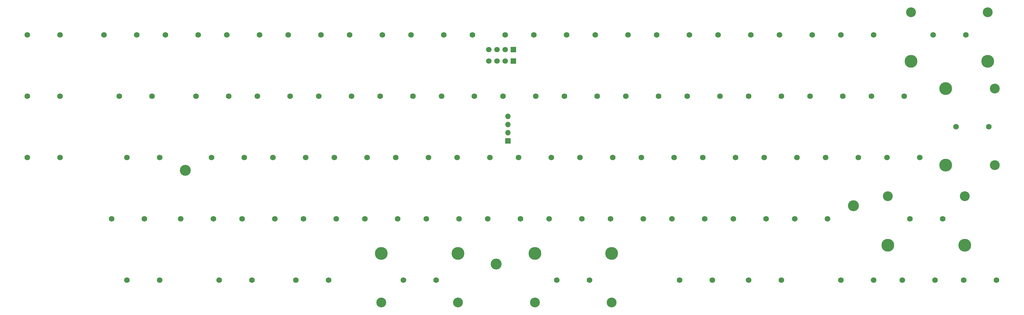
<source format=gbr>
%TF.GenerationSoftware,KiCad,Pcbnew,9.0.3*%
%TF.CreationDate,2025-10-13T22:17:33+02:00*%
%TF.ProjectId,macrolev,6d616372-6f6c-4657-962e-6b696361645f,1.0*%
%TF.SameCoordinates,Original*%
%TF.FileFunction,Soldermask,Top*%
%TF.FilePolarity,Negative*%
%FSLAX46Y46*%
G04 Gerber Fmt 4.6, Leading zero omitted, Abs format (unit mm)*
G04 Created by KiCad (PCBNEW 9.0.3) date 2025-10-13 22:17:33*
%MOMM*%
%LPD*%
G01*
G04 APERTURE LIST*
%ADD10C,1.750000*%
%ADD11C,3.048000*%
%ADD12C,3.987800*%
%ADD13R,1.700000X1.700000*%
%ADD14C,1.700000*%
%ADD15C,3.400000*%
%ADD16O,1.700000X1.700000*%
G04 APERTURE END LIST*
D10*
%TO.C,t*%
X173667500Y-59050000D03*
X163507500Y-59050000D03*
%TD*%
%TO.C,( 5*%
X153982500Y-40000000D03*
X164142500Y-40000000D03*
%TD*%
%TO.C,enter*%
X323051250Y-68575000D03*
X333211250Y-68575000D03*
%TD*%
%TO.C,a*%
X87307500Y-59050000D03*
X97467500Y-59050000D03*
%TD*%
%TO.C,e*%
X125407500Y-59050000D03*
X135567500Y-59050000D03*
%TD*%
%TO.C,q*%
X92070000Y-78100000D03*
X102230000Y-78100000D03*
%TD*%
%TO.C,m*%
X263520000Y-78100000D03*
X273680000Y-78100000D03*
%TD*%
%TO.C,; .*%
X234945000Y-97150000D03*
X245105000Y-97150000D03*
%TD*%
%TO.C,j*%
X206370000Y-78100000D03*
X216530000Y-78100000D03*
%TD*%
%TO.C,$ \u002A \u20AC*%
X296857500Y-59050000D03*
X307017500Y-59050000D03*
%TD*%
%TO.C,backspace*%
X315920000Y-40000000D03*
X326080000Y-40000000D03*
%TD*%
%TO.C,y*%
X182557500Y-59050000D03*
X192717500Y-59050000D03*
%TD*%
%TO.C,= +*%
X273045000Y-97150000D03*
X283205000Y-97150000D03*
%TD*%
%TO.C,: /*%
X253995000Y-97150000D03*
X264155000Y-97150000D03*
%TD*%
%TO.C,rshift*%
X308763750Y-97150000D03*
X318923750Y-97150000D03*
%TD*%
D11*
%TO.C,REF\u002A\u002A*%
X216212500Y-123185000D03*
D12*
X216212500Y-107945000D03*
D11*
X192400000Y-123185000D03*
D12*
X192400000Y-107945000D03*
%TD*%
D10*
%TO.C,\u00F9 \u0025*%
X282570000Y-78100000D03*
X292730000Y-78100000D03*
%TD*%
%TO.C,left*%
X287332500Y-116200000D03*
X297492500Y-116200000D03*
%TD*%
%TO.C,f*%
X149220000Y-78100000D03*
X159380000Y-78100000D03*
%TD*%
%TO.C,caps lock*%
X65876250Y-78100000D03*
X76036250Y-78100000D03*
%TD*%
%TO.C,n*%
X196845000Y-97150000D03*
X207005000Y-97150000D03*
%TD*%
%TO.C,` \u00A3*%
X301620000Y-78100000D03*
X311780000Y-78100000D03*
%TD*%
%TO.C,r*%
X144457500Y-59050000D03*
X154617500Y-59050000D03*
%TD*%
%TO.C,p*%
X258757500Y-59050000D03*
X268917500Y-59050000D03*
%TD*%
%TO.C,& 1*%
X77782500Y-40000000D03*
X87942500Y-40000000D03*
%TD*%
%TO.C,v*%
X158745000Y-97150000D03*
X168905000Y-97150000D03*
%TD*%
%TO.C,down*%
X306382500Y-116200000D03*
X316542500Y-116200000D03*
%TD*%
%TO.C,- _*%
X287332500Y-40000000D03*
X297492500Y-40000000D03*
%TD*%
%TO.C,c*%
X139695000Y-97150000D03*
X149855000Y-97150000D03*
%TD*%
D11*
%TO.C,REF\u002A\u002A*%
X301937500Y-90165000D03*
D12*
X301937500Y-105405000D03*
D11*
X325750000Y-90165000D03*
D12*
X325750000Y-105405000D03*
%TD*%
D13*
%TO.C,REF\u002A\u002A*%
X185722386Y-48144393D03*
D14*
X183182386Y-48144393D03*
X180642386Y-48144393D03*
X178102386Y-48144393D03*
%TD*%
D10*
%TO.C,s*%
X111120000Y-78100000D03*
X121280000Y-78100000D03*
%TD*%
%TO.C,d*%
X130170000Y-78100000D03*
X140330000Y-78100000D03*
%TD*%
D11*
%TO.C,REF\u002A\u002A*%
X168587500Y-123185000D03*
D12*
X168587500Y-107945000D03*
D11*
X144775000Y-123185000D03*
D12*
X144775000Y-107945000D03*
%TD*%
D10*
%TO.C,right*%
X325432500Y-116200000D03*
X335592500Y-116200000D03*
%TD*%
%TO.C,ctrl*%
X65876250Y-116200000D03*
X76036250Y-116200000D03*
%TD*%
%TO.C,< >*%
X82545000Y-97150000D03*
X92705000Y-97150000D03*
%TD*%
%TO.C,h*%
X187320000Y-78100000D03*
X197480000Y-78100000D03*
%TD*%
%TO.C,u*%
X201607500Y-59050000D03*
X211767500Y-59050000D03*
%TD*%
%TO.C,i*%
X220657500Y-59050000D03*
X230817500Y-59050000D03*
%TD*%
%TO.C,esc*%
X34920000Y-40000000D03*
X45080000Y-40000000D03*
%TD*%
%TO.C,l*%
X244470000Y-78100000D03*
X254630000Y-78100000D03*
%TD*%
%TO.C,! 8*%
X211132500Y-40000000D03*
X221292500Y-40000000D03*
%TD*%
D11*
%TO.C,REF\u002A\u002A*%
X309081250Y-33015000D03*
D12*
X309081250Y-48255000D03*
D11*
X332893750Y-33015000D03*
D12*
X332893750Y-48255000D03*
%TD*%
D10*
%TO.C,\u002C ?*%
X215895000Y-97150000D03*
X226055000Y-97150000D03*
%TD*%
%TO.C,\u00E9 2*%
X96832500Y-40000000D03*
X106992500Y-40000000D03*
%TD*%
%TO.C,lspace*%
X151601250Y-116200000D03*
X161761250Y-116200000D03*
%TD*%
%TO.C,fn*%
X34920000Y-78100000D03*
X45080000Y-78100000D03*
%TD*%
D12*
%TO.C,REF\u002A\u002A*%
X319876250Y-56668750D03*
X319876250Y-80481250D03*
D11*
X335116250Y-56668750D03*
X335116250Y-80481250D03*
%TD*%
D10*
%TO.C,\u00A7 6*%
X173032500Y-40000000D03*
X183192500Y-40000000D03*
%TD*%
%TO.C,\u00E0 0*%
X249232500Y-40000000D03*
X259392500Y-40000000D03*
%TD*%
%TO.C,option*%
X94451250Y-116200000D03*
X104611250Y-116200000D03*
%TD*%
%TO.C,b*%
X177795000Y-97150000D03*
X187955000Y-97150000D03*
%TD*%
%TO.C,tab*%
X63495000Y-59050000D03*
X73655000Y-59050000D03*
%TD*%
%TO.C," 3*%
X115882500Y-40000000D03*
X126042500Y-40000000D03*
%TD*%
%TO.C,option*%
X258757500Y-116200000D03*
X268917500Y-116200000D03*
%TD*%
%TO.C,w*%
X101595000Y-97150000D03*
X111755000Y-97150000D03*
%TD*%
%TO.C,cmd*%
X118263750Y-116200000D03*
X128423750Y-116200000D03*
%TD*%
%TO.C,' 4*%
X134932500Y-40000000D03*
X145092500Y-40000000D03*
%TD*%
%TO.C,x*%
X120645000Y-97150000D03*
X130805000Y-97150000D03*
%TD*%
%TO.C,g*%
X168270000Y-78100000D03*
X178430000Y-78100000D03*
%TD*%
%TO.C,^ \u00A8*%
X277807500Y-59050000D03*
X287967500Y-59050000D03*
%TD*%
%TO.C,@ #*%
X58732500Y-40000000D03*
X68892500Y-40000000D03*
%TD*%
%TO.C,cmd*%
X237320000Y-116200000D03*
X247480000Y-116200000D03*
%TD*%
%TO.C,lshift*%
X61113750Y-97150000D03*
X71273750Y-97150000D03*
%TD*%
%TO.C,k*%
X225420000Y-78100000D03*
X235580000Y-78100000D03*
%TD*%
%TO.C,fn2*%
X34920000Y-59050000D03*
X45080000Y-59050000D03*
%TD*%
%TO.C,) \u00B0*%
X268282500Y-40000000D03*
X278442500Y-40000000D03*
%TD*%
D13*
%TO.C,REF\u002A\u002A*%
X185725026Y-44550517D03*
D14*
X183185026Y-44550517D03*
X180645026Y-44550517D03*
X178105026Y-44550517D03*
%TD*%
D10*
%TO.C,rspace*%
X199226250Y-116200000D03*
X209386250Y-116200000D03*
%TD*%
%TO.C,\u00E7 9*%
X230182500Y-40000000D03*
X240342500Y-40000000D03*
%TD*%
%TO.C,\u00E8 7*%
X192082500Y-40000000D03*
X202242500Y-40000000D03*
%TD*%
%TO.C,o*%
X239707500Y-59050000D03*
X249867500Y-59050000D03*
%TD*%
%TO.C,z*%
X106357500Y-59050000D03*
X116517500Y-59050000D03*
%TD*%
D15*
%TO.C,REF\u002A\u002A*%
X291200000Y-93100000D03*
%TD*%
D13*
%TO.C,J2*%
X184075000Y-72945000D03*
D16*
X184075000Y-70405000D03*
X184075000Y-67865000D03*
X184075000Y-65325000D03*
%TD*%
D15*
%TO.C,REF\u002A\u002A*%
X84000000Y-82100000D03*
%TD*%
%TO.C,REF\u002A\u002A*%
X180400000Y-111200000D03*
%TD*%
M02*

</source>
